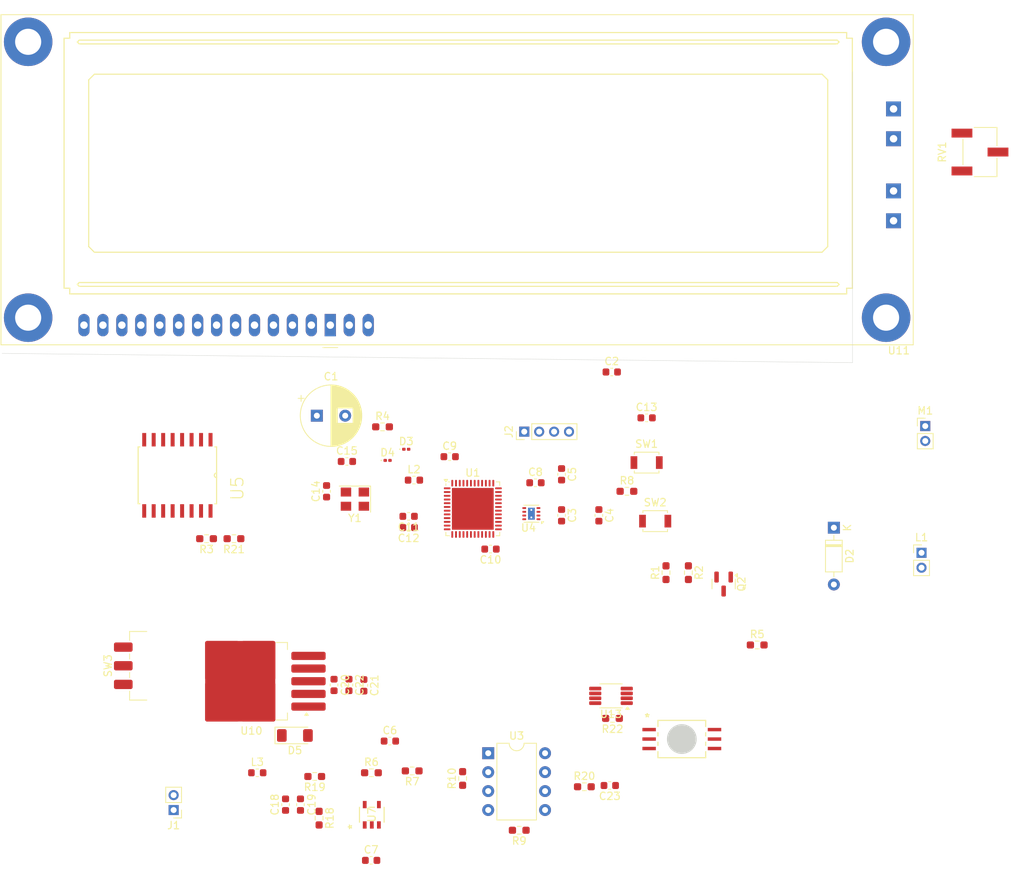
<source format=kicad_pcb>
(kicad_pcb (version 20240108) (generator "pcbnew") (generator_version "8.0")
  (layers (0 "F.Cu" signal) (31 "B.Cu" signal) (34 "B.Paste" user) (35 "F.Paste" user) (36 "B.SilkS" user "B.Silkscreen") (37 "F.SilkS" user "F.Silkscreen") (38 "B.Mask" user) (39 "F.Mask" user) (44 "Edge.Cuts" user))
  (net 0 "")
  (net 1 "GND")
  (net 2 "Net-(D3-A)")
  (net 3 "+12V")
  (net 4 "3.3V")
  (net 5 "+3.3V")
  (net 6 "+5V")
  (net 7 "VDDA")
  (net 8 "Net-(U1-NRST)")
  (net 9 "PC15")
  (net 10 "PC14")
  (net 11 "PH0")
  (net 12 "PH1")
  (net 13 "Net-(SW3-B)")
  (net 14 "Net-(U10-VC)")
  (net 15 "Net-(D2-A)")
  (net 16 "VBAT")
  (net 17 "Net-(D4-A)")
  (net 18 "Net-(D5-K)")
  (net 19 "PA13")
  (net 20 "PA14")
  (net 21 "Net-(M1--)")
  (net 22 "Net-(M1-+)")
  (net 23 "Net-(Q2-G)")
  (net 24 "PB15")
  (net 25 "PB6")
  (net 26 "Net-(R5-Pad2)")
  (net 27 "Net-(U7-FB)")
  (net 28 "Net-(U1-BOOT0)")
  (net 29 "Net-(U3-+)")
  (net 30 "Net-(U10-FB)")
  (net 31 "Net-(U2-GND)")
  (net 32 "PB7")
  (net 33 "Net-(R22-Pad1)")
  (net 34 "Net-(R22-Pad2)")
  (net 35 "Net-(U11-VO)")
  (net 41 "PA8")
  (net 48 "PB5")
  (net 58 "PA9")
  (net 63 "PB14")
  (net 64 "Net-(U2-ICC)")
  (net 68 "Net-(U11-DB5)")
  (net 69 "Net-(U11-DB1)")
  (net 70 "Net-(U11-DB4)")
  (net 71 "Net-(U11-DB7)")
  (net 72 "Net-(U11-DB0)")
  (net 73 "Net-(U11-DB2)")
  (net 74 "Net-(U11-DB3)")
  (net 75 "Net-(U11-DB6)")
  (net 76 "Net-(U13--)")
  (net 77 "Net-(U13-+)")
  (footprint "Resistor_SMD:R_0603_1608Metric_Pad0.98x0.95mm_HandSolder" (layer "F.Cu") (at 137.013 120.75)
    (property "Reference" "R6" (at 0 -1.43 0) (layer "F.SilkS"))
    (property "Value" "1k")
    (pad "1" smd roundrect (at -0.9125 0) (size 0.975 0.95) (layers "F.Cu" "F.Paste" "F.Mask") (net 5 "+3.3V"))
    (pad "2" smd roundrect (at 0.9125 0) (size 0.975 0.95) (layers "F.Cu" "F.Paste" "F.Mask") (net 27 "Net-(U7-FB)"))
  )
  (footprint "Connector_PinHeader_2.00mm:PinHeader_1x02_P2.00mm_Vertical" (layer "F.Cu") (at 211.25 74.25)
    (property "Reference" "M1" (at 0 -2.06 0) (layer "F.SilkS"))
    (property "Value" "Motor_DC")
    (pad "1" thru_hole rect (at 0 0) (size 1.35 1.35) (drill 0.8) (layers "*.Cu" "*.Mask") (net 22 "Net-(M1-+)"))
    (pad "2" thru_hole oval (at 0 2) (size 1.35 1.35) (drill 0.8) (layers "*.Cu" "*.Mask") (net 21 "Net-(M1--)"))
  )
  (footprint "Connector_PinHeader_2.00mm:PinHeader_1x02_P2.00mm_Vertical" (layer "F.Cu") (at 110.5 125.75 180)
    (property "Reference" "J1" (at 0 -2.06 0) (layer "F.SilkS"))
    (property "Value" "Battery-12V")
    (pad "1" thru_hole rect (at 0 0 180) (size 1.35 1.35) (drill 0.8) (layers "*.Cu" "*.Mask") (net 1 "GND"))
    (pad "2" thru_hole oval (at 0 2 180) (size 1.35 1.35) (drill 0.8) (layers "*.Cu" "*.Mask") (net 3 "+12V"))
  )
  (footprint "Resistor_SMD:R_0603_1608Metric_Pad0.98x0.95mm_HandSolder" (layer "F.Cu") (at 165.557 122.6285)
    (property "Reference" "R20" (at 0 -1.43 0) (layer "F.SilkS"))
    (property "Value" "10k")
    (pad "1" smd roundrect (at -0.9125 0) (size 0.975 0.95) (layers "F.Cu" "F.Paste" "F.Mask") (net 31 "Net-(U2-GND)"))
    (pad "2" smd roundrect (at 0.9125 0) (size 0.975 0.95) (layers "F.Cu" "F.Paste" "F.Mask") (net 1 "GND"))
  )
  (footprint "Resistor_SMD:R_0603_1608Metric_Pad0.98x0.95mm_HandSolder" (layer "F.Cu") (at 149.237 121.516 90)
    (property "Reference" "R10" (at 0 -1.43 90) (layer "F.SilkS"))
    (property "Value" "10k")
    (pad "1" smd roundrect (at -0.9125 0 90) (size 0.975 0.95) (layers "F.Cu" "F.Paste" "F.Mask") (net 29 "Net-(U3-+)"))
    (pad "2" smd roundrect (at 0.9125 0 90) (size 0.975 0.95) (layers "F.Cu" "F.Paste" "F.Mask") (net 1 "GND"))
  )
  (footprint "Diode_SMD:D_0201_0603Metric" (layer "F.Cu") (at 139.18 78.8575)
    (property "Reference" "D4" (at 0 -1.05 0) (layer "F.SilkS"))
    (property "Value" "D_Schottky")
    (pad "1" smd roundrect (at -0.32 0) (size 0.46 0.4) (layers "F.Cu" "F.Mask") (net 2 "Net-(D3-A)"))
    (pad "2" smd roundrect (at 0.32 0) (size 0.46 0.4) (layers "F.Cu" "F.Mask") (net 17 "Net-(D4-A)"))
  )
  (footprint "Resistor_SMD:R_0603_1608Metric_Pad0.98x0.95mm_HandSolder" (layer "F.Cu") (at 114.9125 89.3575 180)
    (property "Reference" "R3" (at 0 -1.43 0) (layer "F.SilkS"))
    (property "Value" "4k7")
    (pad "1" smd roundrect (at -0.9125 0 180) (size 0.975 0.95) (layers "F.Cu" "F.Paste" "F.Mask") (net 6 "+5V"))
    (pad "2" smd roundrect (at 0.9125 0 180) (size 0.975 0.95) (layers "F.Cu" "F.Paste" "F.Mask") (net 25 "PB6"))
  )
  (footprint "Capacitor_SMD:C_0603_1608Metric" (layer "F.Cu") (at 139.488 116.5)
    (property "Reference" "C6" (at 0 -1.43 0) (layer "F.SilkS"))
    (property "Value" "2.2uF")
    (pad "1" smd roundrect (at -0.775 0) (size 0.9 0.95) (layers "F.Cu" "F.Paste" "F.Mask") (net 5 "+3.3V"))
    (pad "2" smd roundrect (at 0.775 0) (size 0.9 0.95) (layers "F.Cu" "F.Paste" "F.Mask") (net 1 "GND"))
  )
  (footprint "Imported:SOIC127P1032X265-16N" (layer "F.Cu") (at 111 80.8575 -90)
    (property "Reference" "U5" (at 1.754465 -8.034915 90) (layer "F.SilkS") (effects (font (size 1.64174 1.64174))))
    (property "Value" "PCF8574A")
    (pad "1" smd rect (at -4.7752 -4.445 270) (size 1.8034 0.5334) (layers "F.Cu" "F.Paste" "F.Mask") (net 1 "GND"))
    (pad "2" smd rect (at -4.7752 -3.175 270) (size 1.8034 0.5334) (layers "F.Cu" "F.Paste" "F.Mask") (net 1 "GND"))
    (pad "3" smd rect (at -4.7752 -1.905 270) (size 1.8034 0.5334) (layers "F.Cu" "F.Paste" "F.Mask") (net 1 "GND"))
    (pad "4" smd rect (at -4.7752 -0.635 270) (size 1.8034 0.5334) (layers "F.Cu" "F.Paste" "F.Mask") (net 72 "Net-(U11-DB0)"))
    (pad "5" smd rect (at -4.7752 0.635 270) (size 1.8034 0.5334) (layers "F.Cu" "F.Paste" "F.Mask") (net 69 "Net-(U11-DB1)"))
    (pad "6" smd rect (at -4.7752 1.905 270) (size 1.8034 0.5334) (layers "F.Cu" "F.Paste" "F.Mask") (net 73 "Net-(U11-DB2)"))
    (pad "7" smd rect (at -4.7752 3.175 270) (size 1.8034 0.5334) (layers "F.Cu" "F.Paste" "F.Mask") (net 74 "Net-(U11-DB3)"))
    (pad "8" smd rect (at -4.7752 4.445 270) (size 1.8034 0.5334) (layers "F.Cu" "F.Paste" "F.Mask") (net 1 "GND"))
    (pad "9" smd rect (at 4.7752 4.445 270) (size 1.8034 0.5334) (layers "F.Cu" "F.Paste" "F.Mask") (net 70 "Net-(U11-DB4)"))
    (pad "10" smd rect (at 4.7752 3.175 270) (size 1.8034 0.5334) (layers "F.Cu" "F.Paste" "F.Mask") (net 68 "Net-(U11-DB5)"))
    (pad "11" smd rect (at 4.7752 1.905 270) (size 1.8034 0.5334) (layers "F.Cu" "F.Paste" "F.Mask") (net 75 "Net-(U11-DB6)"))
    (pad "12" smd rect (at 4.7752 0.635 270) (size 1.8034 0.5334) (layers "F.Cu" "F.Paste" "F.Mask") (net 71 "Net-(U11-DB7)"))
    (pad "13" smd rect (at 4.7752 -0.635 270) (size 1.8034 0.5334) (layers "F.Cu" "F.Paste" "F.Mask"))
    (pad "14" smd rect (at 4.7752 -1.905 270) (size 1.8034 0.5334) (layers "F.Cu" "F.Paste" "F.Mask") (net 25 "PB6"))
    (pad "15" smd rect (at 4.7752 -3.175 270) (size 1.8034 0.5334) (layers "F.Cu" "F.Paste" "F.Mask") (net 32 "PB7"))
    (pad "16" smd rect (at 4.7752 -4.445 270) (size 1.8034 0.5334) (layers "F.Cu" "F.Paste" "F.Mask") (net 6 "+5V"))
  )
  (footprint "Resistor_SMD:R_0603_1608Metric_Pad0.98x0.95mm_HandSolder" (layer "F.Cu") (at 169.3245 113.46 180)
    (property "Reference" "R22" (at 0 -1.43 0) (layer "F.SilkS"))
    (property "Value" "1.01k")
    (pad "1" smd roundrect (at -0.9125 0 180) (size 0.975 0.95) (layers "F.Cu" "F.Paste" "F.Mask") (net 33 "Net-(R22-Pad1)"))
    (pad "2" smd roundrect (at 0.9125 0 180) (size 0.975 0.95) (layers "F.Cu" "F.Paste" "F.Mask") (net 34 "Net-(R22-Pad2)"))
  )
  (footprint "Resistor_SMD:R_0603_1608Metric_Pad0.98x0.95mm_HandSolder" (layer "F.Cu") (at 129.4125 121.25 180)
    (property "Reference" "R19" (at 0 -1.43 0) (layer "F.SilkS"))
    (property "Value" "3.3k")
    (pad "1" smd roundrect (at -0.9125 0 180) (size 0.975 0.95) (layers "F.Cu" "F.Paste" "F.Mask") (net 30 "Net-(U10-FB)"))
    (pad "2" smd roundrect (at 0.9125 0 180) (size 0.975 0.95) (layers "F.Cu" "F.Paste" "F.Mask") (net 1 "GND"))
  )
  (footprint "Capacitor_SMD:C_0603_1608Metric" (layer "F.Cu") (at 159 81.8575)
    (property "Reference" "C8" (at 0 -1.43 0) (layer "F.SilkS"))
    (property "Value" "0.1uF")
    (pad "1" smd roundrect (at -0.775 0) (size 0.9 0.95) (layers "F.Cu" "F.Paste" "F.Mask") (net 5 "+3.3V"))
    (pad "2" smd roundrect (at 0.775 0) (size 0.9 0.95) (layers "F.Cu" "F.Paste" "F.Mask") (net 1 "GND"))
  )
  (footprint "Package_SON:WSON-8-1EP_2x2mm_P0.5mm_EP0.9x1.6mm_ThermalVias" (layer "F.Cu") (at 158.45 86 180)
    (property "Reference" "U4" (at 0.38 -1.9 0) (layer "F.SilkS"))
    (property "Value" "DRV8212P")
    (pad "1" smd roundrect (at -0.95 -0.75 180) (size 0.5 0.25) (layers "F.Cu" "F.Paste" "F.Mask") (net 3 "+12V"))
    (pad "2" smd roundrect (at -0.95 -0.25 180) (size 0.5 0.25) (layers "F.Cu" "F.Paste" "F.Mask") (net 22 "Net-(M1-+)"))
    (pad "3" smd roundrect (at -0.95 0.25 180) (size 0.5 0.25) (layers "F.Cu" "F.Paste" "F.Mask") (net 21 "Net-(M1--)"))
    (pad "4" smd roundrect (at -0.95 0.75 180) (size 0.5 0.25) (layers "F.Cu" "F.Paste" "F.Mask") (net 1 "GND"))
    (pad "5" smd roundrect (at 0.95 0.75 180) (size 0.5 0.25) (layers "F.Cu" "F.Paste" "F.Mask") (net 58 "PA9"))
    (pad "6" smd roundrect (at 0.95 0.25 180) (size 0.5 0.25) (layers "F.Cu" "F.Paste" "F.Mask") (net 41 "PA8"))
    (pad "7" smd roundrect (at 0.95 -0.25 180) (size 0.5 0.25) (layers "F.Cu" "F.Paste" "F.Mask") (net 4 "3.3V"))
    (pad "8" smd roundrect (at 0.95 -0.75 180) (size 0.5 0.25) (layers "F.Cu" "F.Paste" "F.Mask") (net 5 "+3.3V"))
    (pad "9" thru_hole circle (at 0 -0.5 180) (size 0.6 0.6) (drill 0.25) (layers "*.Cu") (net 1 "GND"))
    (pad "9" smd rect (at 0 0 180) (size 0.9 1.6) (layers "F.Cu" "F.Mask") (net 1 "GND"))
    (pad "9" smd rect (at 0 0 180) (size 0.9 1.6) (layers "B.Cu") (net 1 "GND"))
    (pad "9" thru_hole circle (at 0 0.5 180) (size 0.6 0.6) (drill 0.25) (layers "*.Cu") (net 1 "GND"))
  )
  (footprint "Package_TO_SOT_SMD:TO-263-5_TabPin3" (layer "F.Cu") (at 120.925 108.475 180)
    (property "Reference" "U10" (at 0 -6.65 0) (layer "F.SilkS"))
    (property "Value" "XL4015")
    (pad "1" smd roundrect (at -7.65 -3.4 180) (size 4.6 1.1) (layers "F.Cu" "F.Paste" "F.Mask") (roundrect_rratio 0.227273) (net 1 "GND"))
    (pad "2" smd roundrect (at -7.65 -1.7 180) (size 4.6 1.1) (layers "F.Cu" "F.Paste" "F.Mask") (roundrect_rratio 0.227273) (net 30 "Net-(U10-FB)"))
    (pad "3" smd roundrect (at -7.65 0 180) (size 4.6 1.1) (layers "F.Cu" "F.Paste" "F.Mask") (roundrect_rratio 0.227273) (net 18 "Net-(D5-K)"))
    (pad "3" smd roundrect (at -0.925 -2.775 180) (size 4.55 5.25) (layers "F.Cu" "F.Paste") (roundrect_rratio 0.054945) (net 18 "Net-(D5-K)"))
    (pad "3" smd roundrect (at -0.925 2.775 180) (size 4.55 5.25) (layers "F.Cu" "F.Paste") (roundrect_rratio 0.054945) (net 18 "Net-(D5-K)"))
    (pad "3" smd roundrect (at 1.5 0 180) (size 9.4 10.8) (layers "F.Cu" "F.Mask") (roundrect_rratio 0.026596) (net 18 "Net-(D5-K)"))
    (pad "3" smd roundrect (at 3.925 -2.775 180) (size 4.55 5.25) (layers "F.Cu" "F.Paste") (roundrect_rratio 0.054945) (net 18 "Net-(D5-K)"))
    (pad "3" smd roundrect (at 3.925 2.775 180) (size 4.55 5.25) (layers "F.Cu" "F.Paste") (roundrect_rratio 0.054945) (net 18 "Net-(D5-K)"))
    (pad "4" smd roundrect (at -7.65 1.7 180) (size 4.6 1.1) (layers "F.Cu" "F.Paste" "F.Mask") (roundrect_rratio 0.227273) (net 14 "Net-(U10-VC)"))
    (pad "5" smd roundrect (at -7.65 3.4 180) (size 4.6 1.1) (layers "F.Cu" "F.Paste" "F.Mask") (roundrect_rratio 0.227273) (net 13 "Net-(SW3-B)"))
  )
  (footprint "Resistor_SMD:R_0603_1608Metric_Pad0.98x0.95mm_HandSolder" (layer "F.Cu") (at 142.475 120.5 180)
    (property "Reference" "R7" (at 0 -1.43 0) (layer "F.SilkS"))
    (property "Value" "1k")
    (pad "1" smd roundrect (at -0.9125 0 180) (size 0.975 0.95) (layers "F.Cu" "F.Paste" "F.Mask") (net 27 "Net-(U7-FB)"))
    (pad "2" smd roundrect (at 0.9125 0 180) (size 0.975 0.95) (layers "F.Cu" "F.Paste" "F.Mask") (net 1 "GND"))
  )
  (footprint "Button_Switch_SMD:SW_SPST_B3U-1000P-B" (layer "F.Cu") (at 175.05 87)
    (property "Reference" "SW2" (at 0 -2.5 0) (layer "F.SilkS"))
    (property "Value" "BOOT_0")
    (pad "" np_thru_hole circle (at 0 0) (size 0.8 0.8) (drill 0.8) (layers "*.Cu" "*.Mask"))
    (pad "1" smd rect (at -1.7 0) (size 0.9 1.7) (layers "F.Cu" "F.Paste" "F.Mask") (net 26 "Net-(R5-Pad2)"))
    (pad "2" smd rect (at 1.7 0) (size 0.9 1.7) (layers "F.Cu" "F.Paste" "F.Mask") (net 28 "Net-(U1-BOOT0)"))
  )
  (footprint "Resistor_SMD:R_0603_1608Metric_Pad0.98x0.95mm_HandSolder" (layer "F.Cu") (at 176.5 93.9125 90)
    (property "Reference" "R1" (at 0 -1.43 90) (layer "F.SilkS"))
    (property "Value" "680R")
    (pad "1" smd roundrect (at -0.9125 0 90) (size 0.975 0.95) (layers "F.Cu" "F.Paste" "F.Mask") (net 23 "Net-(Q2-G)"))
    (pad "2" smd roundrect (at 0.9125 0 90) (size 0.975 0.95) (layers "F.Cu" "F.Paste" "F.Mask") (net 24 "PB15"))
  )
  (footprint "Capacitor_SMD:C_0603_1608Metric" (layer "F.Cu") (at 133.725 79)
    (property "Reference" "C15" (at 0 -1.43 0) (layer "F.SilkS"))
    (property "Value" "4.3pF")
    (pad "1" smd roundrect (at -0.775 0) (size 0.9 0.95) (layers "F.Cu" "F.Paste" "F.Mask") (net 10 "PC14"))
    (pad "2" smd roundrect (at 0.775 0) (size 0.9 0.95) (layers "F.Cu" "F.Paste" "F.Mask") (net 1 "GND"))
  )
  (footprint "Diode_SMD:D_0201_0603Metric" (layer "F.Cu") (at 141.68 77.3575)
    (property "Reference" "D3" (at 0 -1.05 0) (layer "F.SilkS"))
    (property "Value" "D_Schottky")
    (pad "1" smd roundrect (at -0.32 0) (size 0.46 0.4) (layers "F.Cu" "F.Mask") (net 16 "VBAT"))
    (pad "2" smd roundrect (at 0.32 0) (size 0.46 0.4) (layers "F.Cu" "F.Mask") (net 2 "Net-(D3-A)"))
  )
  (footprint "Capacitor_SMD:C_0603_1608Metric" (layer "F.Cu") (at 134 108.975 -90)
    (property "Reference" "C22" (at 0 -1.43 90) (layer "F.SilkS"))
    (property "Value" "220uF")
    (pad "1" smd roundrect (at -0.775 0 270) (size 0.9 0.95) (layers "F.Cu" "F.Paste" "F.Mask") (net 13 "Net-(SW3-B)"))
    (pad "2" smd roundrect (at 0.775 0 270) (size 0.9 0.95) (layers "F.Cu" "F.Paste" "F.Mask") (net 1 "GND"))
  )
  (footprint "Crystal:Crystal_SMD_SeikoEpson_FA238V-4Pin_3.2x2.5mm" (layer "F.Cu") (at 134.8 84.05 180)
    (property "Reference" "Y1" (at 0 -2.55 0) (layer "F.SilkS"))
    (property "Value" "LSE")
    (pad "1" smd rect (at -1.2 0.95 180) (size 1.4 1.2) (layers "F.Cu" "F.Paste" "F.Mask") (net 10 "PC14"))
    (pad "2" smd rect (at 1.2 0.95 180) (size 1.4 1.2) (layers "F.Cu" "F.Paste" "F.Mask") (net 9 "PC15"))
    (pad "3" smd rect (at 1.2 -0.95 180) (size 1.4 1.2) (layers "F.Cu" "F.Paste" "F.Mask"))
    (pad "4" smd rect (at -1.2 -0.95 180) (size 1.4 1.2) (layers "F.Cu" "F.Paste" "F.Mask"))
  )
  (footprint "Connector_PinHeader_2.00mm:PinHeader_1x04_P2.00mm_Vertical" (layer "F.Cu") (at 157.5 75 90)
    (property "Reference" "J2" (at 0 -2.06 90) (layer "F.SilkS"))
    (property "Value" "ST-Link V2")
    (pad "1" thru_hole rect (at 0 0 90) (size 1.35 1.35) (drill 0.8) (layers "*.Cu" "*.Mask") (net 1 "GND"))
    (pad "2" thru_hole oval (at 0 2 90) (size 1.35 1.35) (drill 0.8) (layers "*.Cu" "*.Mask") (net 20 "PA14"))
    (pad "3" thru_hole oval (at 0 4 90) (size 1.35 1.35) (drill 0.8) (layers "*.Cu" "*.Mask") (net 19 "PA13"))
    (pad "4" thru_hole oval (at 0 6 90) (size 1.35 1.35) (drill 0.8) (layers "*.Cu" "*.Mask") (net 5 "+3.3V"))
  )
  (footprint "Inductor_SMD:L_0603_1608Metric" (layer "F.Cu") (at 142.7125 81.5)
    (property "Reference" "L2" (at 0 -1.43 0) (layer "F.SilkS"))
    (property "Value" "1mH")
    (pad "1" smd roundrect (at -0.7875 0) (size 0.875 0.95) (layers "F.Cu" "F.Paste" "F.Mask") (net 5 "+3.3V"))
    (pad "2" smd roundrect (at 0.7875 0) (size 0.875 0.95) (layers "F.Cu" "F.Paste" "F.Mask") (net 7 "VDDA"))
  )
  (footprint "Imported:SOT23_DBV_TEX" (layer "F.Cu") (at 137.063 126.3847 90)
    (property "Reference" "U7" (at 0 0 90) (layer "F.SilkS"))
    (property "Value" "TPS7A2433DBVR")
    (fp_text user "*" (at -1.61925 -2.601 90) (layer "F.SilkS"))
    (fp_text user "*" (at -1.61925 -2.601 90) (layer "F.SilkS"))
    (pad "1" smd rect (at -1.36525 -0.950001 90) (size 0.9779 0.508) (layers "F.Cu" "F.Paste" "F.Mask") (net 6 "+5V"))
    (pad "2" smd rect (at -1.36525 0 90) (size 0.9779 0.508) (layers "F.Cu" "F.Paste" "F.Mask") (net 1 "GND"))
    (pad "3" smd rect (at -1.36525 0.950001 90) (size 0.9779 0.508) (layers "F.Cu" "F.Paste" "F.Mask") (net 6 "+5V"))
    (pad "4" smd rect (at 1.36525 0.950001 90) (size 0.9779 0.508) (layers "F.Cu" "F.Paste" "F.Mask") (net 27 "Net-(U7-FB)"))
    (pad "5" smd rect (at 1.36525 -0.950001 90) (size 0.9779 0.508) (layers "F.Cu" "F.Paste" "F.Mask") (net 5 "+3.3V"))
  )
  (footprint "Capacitor_SMD:C_0603_1608Metric" (layer "F.Cu") (at 147.5 78.3575)
    (property "Reference" "C9" (at 0 -1.43 0) (layer "F.SilkS"))
    (property "Value" "0.1uF")
    (pad "1" smd roundrect (at -0.775 0) (size 0.9 0.95) (layers "F.Cu" "F.Paste" "F.Mask") (net 5 "+3.3V"))
    (pad "2" smd roundrect (at 0.775 0) (size 0.9 0.95) (layers "F.Cu" "F.Paste" "F.Mask") (net 1 "GND"))
  )
  (footprint "Capacitor_SMD:C_0603_1608Metric" (layer "F.Cu") (at 162.5 86.225 -90)
    (property "Reference" "C3" (at 0 -1.43 90) (layer "F.SilkS"))
    (property "Value" "0.1uF")
    (pad "1" smd roundrect (at -0.775 0 270) (size 0.9 0.95) (layers "F.Cu" "F.Paste" "F.Mask") (net 3 "+12V"))
    (pad "2" smd roundrect (at 0.775 0 270) (size 0.9 0.95) (layers "F.Cu" "F.Paste" "F.Mask") (net 1 "GND"))
  )
  (footprint "Display:LCD-016N002L" (layer "F.Cu") (at 131.5 60.715 180)
    (property "Reference" "U11" (at -76.21 -3.41 0) (layer "F.SilkS"))
    (property "Value" "LCD-016N002L")
    (pad "" thru_hole circle (at -74.5 1) (size 6.5 6.5) (drill 3.5) (layers "*.Cu" "*.Mask"))
    (pad "" thru_hole circle (at -74.5 38) (size 6.5 6.5) (drill 3.5) (layers "*.Cu" "*.Mask"))
    (pad "" thru_hole circle (at 40.5 1) (size 6.5 6.5) (drill 3.5) (layers "*.Cu" "*.Mask"))
    (pad "" thru_hole circle (at 40.5 38) (size 6.5 6.5) (drill 3.5) (layers "*.Cu" "*.Mask"))
    (pad "1" thru_hole rect (at 0 0) (size 1.5 3) (drill 1) (layers "*.Cu" "*.Mask") (net 1 "GND"))
    (pad "2" thru_hole oval (at 2.54 0) (size 1.5 3) (drill 1) (layers "*.Cu" "*.Mask") (net 6 "+5V"))
    (pad "3" thru_hole oval (at 5.08 0) (size 1.5 3) (drill 1) (layers "*.Cu" "*.Mask") (net 35 "Net-(U11-VO)"))
    (pad "4" thru_hole oval (at 7.62 0) (size 1.5 3) (drill 1) (layers "*.Cu" "*.Mask") (net 1 "GND"))
    (pad "5" thru_hole oval (at 10.16 0) (size 1.5 3) (drill 1) (layers "*.Cu" "*.Mask") (net 1 "GND"))
    (pad "6" thru_hole oval (at 12.7 0) (size 1.5 3) (drill 1) (layers "*.Cu" "*.Mask") (net 48 "PB5"))
    (pad "7" thru_hole oval (at 15.24 0) (size 1.5 3) (drill 1) (layers "*.Cu" "*.Mask") (net 72 "Net-(U11-DB0)"))
    (pad "8" thru_hole oval (at 17.78 0) (size 1.5 3) (drill 1) (layers "*.Cu" "*.Mask") (net 69 "Net-(U11-DB1)"))
    (pad "9" thru_hole oval (at 20.32 0) (size 1.5 3) (drill 1) (layers "*.Cu" "*.Mask") (net 73 "Net-(U11-DB2)"))
    (pad "10" thru_hole oval (at 22.86 0) (size 1.5 3) (drill 1) (layers "*.Cu" "*.Mask") (net 74 "Net-(U11-DB3)"))
    (pad "11" thru_hole oval (at 25.4 0) (size 1.5 3) (drill 1) (layers "*.Cu" "*.Mask") (net 70 "Net-(U11-DB4)"))
    (pad "12" thru_hole oval (at 27.94 0) (size 1.5 3) (drill 1) (layers "*.Cu" "*.Mask") (net 68 "Net-(U11-DB5)"))
    (pad "13" thru_hole oval (at 30.48 0) (size 1.5 3) (drill 1) (layers "*.Cu" "*.Mask") (net 75 "Net-(U11-DB6)"))
    (pad "14" thru_hole oval (at 33.02 0) (size 1.5 3) (drill 1) (layers "*.Cu" "*.Mask") (net 71 "Net-(U11-DB7)"))
    (pad "15" thru_hole oval (at -2.54 0) (size 1.5 3) (drill 1) (layers "*.Cu" "*.Mask") (net 6 "+5V"))
    (pad "16" thru_hole oval (at -5.08 0) (size 1.5 3) (drill 1) (layers "*.Cu" "*.Mask") (net 1 "GND"))
    (pad "A1" thru_hole rect (at -75.5 14) (size 2 2) (drill 1) (layers "*.Cu" "*.Mask") (net 6 "+5V"))
    (pad "A2" thru_hole rect (at -75.5 25) (size 2 2) (drill 1) (layers "*.Cu" "*.Mask") (net 6 "+5V"))
    (pad "K1" thru_hole rect (at -75.5 18) (size 2 2) (drill 1) (layers "*.Cu" "*.Mask") (net 1 "GND"))
    (pad "K2" thru_hole rect (at -75.5 29) (size 2 2) (drill 1) (layers "*.Cu" "*.Mask") (net 1 "GND"))
  )
  (footprint "Capacitor_SMD:C_0603_1608Metric" (layer "F.Cu") (at 173.9 73.15)
    (property "Reference" "C13" (at 0 -1.43 0) (layer "F.SilkS"))
    (property "Value" "0.1uF")
    (pad "1" smd roundrect (at -0.775 0) (size 0.9 0.95) (layers "F.Cu" "F.Paste" "F.Mask") (net 8 "Net-(U1-NRST)"))
    (pad "2" smd roundrect (at 0.775 0) (size 0.9 0.95) (layers "F.Cu" "F.Paste" "F.Mask") (net 1 "GND"))
  )
  (footprint "Capacitor_SMD:C_0603_1608Metric" (layer "F.Cu") (at 136.975 132.5)
    (property "Reference" "C7" (at 0 -1.43 0) (layer "F.SilkS"))
    (property "Value" "1uF")
    (pad "1" smd roundrect (at -0.775 0) (size 0.9 0.95) (layers "F.Cu" "F.Paste" "F.Mask") (net 6 "+5V"))
    (pad "2" smd roundrect (at 0.775 0) (size 0.9 0.95) (layers "F.Cu" "F.Paste" "F.Mask") (net 1 "GND"))
  )
  (footprint "Capacitor_SMD:C_0603_1608Metric" (layer "F.Cu") (at 125.5 125.025 90)
    (property "Reference" "C18" (at 0 -1.43 90) (layer "F.SilkS"))
    (property "Value" "105uF")
    (pad "1" smd roundrect (at -0.775 0 90) (size 0.9 0.95) (layers "F.Cu" "F.Paste" "F.Mask") (net 6 "+5V"))
    (pad "2" smd roundrect (at 0.775 0 90) (size 0.9 0.95) (layers "F.Cu" "F.Paste" "F.Mask") (net 1 "GND"))
  )
  (footprint "Resistor_SMD:R_0603_1608Metric_Pad0.98x0.95mm_HandSolder" (layer "F.Cu") (at 118.5875 89.3575 180)
    (property "Reference" "R21" (at 0 -1.43 0) (layer "F.SilkS"))
    (property "Value" "4k7")
    (pad "1" smd roundrect (at -0.9125 0 180) (size 0.975 0.95) (layers "F.Cu" "F.Paste" "F.Mask") (net 6 "+5V"))
    (pad "2" smd roundrect (at 0.9125 0 180) (size 0.975 0.95) (layers "F.Cu" "F.Paste" "F.Mask") (net 32 "PB7"))
  )
  (footprint "Capacitor_SMD:C_0603_1608Metric" (layer "F.Cu") (at 168.962 122.46 180)
    (property "Reference" "C23" (at 0 -1.43 0) (layer "F.SilkS"))
    (property "Value" "0.1uF")
    (pad "1" smd roundrect (at -0.775 0 180) (size 0.9 0.95) (layers "F.Cu" "F.Paste" "F.Mask") (net 1 "GND"))
    (pad "2" smd roundrect (at 0.775 0 180) (size 0.9 0.95) (layers "F.Cu" "F.Paste" "F.Mask") (net 1 "GND"))
  )
  (footprint "Package_SO:VSSOP-8_3x3mm_P0.65mm" (layer "F.Cu") (at 169.1245 110.435 180)
    (property "Reference" "U13" (at 0 -2.45 0) (layer "F.SilkS"))
    (property "Value" "INA333xxDGK")
    (pad "1" smd roundrect (at -2.1125 -0.975 180) (size 1.625 0.5) (layers "F.Cu" "F.Paste" "F.Mask") (net 33 "Net-(R22-Pad1)"))
    (pad "2" smd roundrect (at -2.1125 -0.325 180) (size 1.625 0.5) (layers "F.Cu" "F.Paste" "F.Mask") (net 76 "Net-(U13--)"))
    (pad "3" smd roundrect (at -2.1125 0.325 180) (size 1.625 0.5) (layers "F.Cu" "F.Paste" "F.Mask") (net 77 "Net-(U13-+)"))
    (pad "4" smd roundrect (at -2.1125 0.975 180) (size 1.625 0.5) (layers "F.Cu" "F.Paste" "F.Mask") (net 1 "GND"))
    (pad "5" smd roundrect (at 2.1125 0.975 180) (size 1.625 0.5) (layers "F.Cu" "F.Paste" "F.Mask") (net 1 "GND"))
    (pad "6" smd roundrect (at 2.1125 0.325 180) (size 1.625 0.5) (layers "F.Cu" "F.Paste" "F.Mask") (net 63 "PB14"))
    (pad "7" smd roundrect (at 2.1125 -0.325 180) (size 1.625 0.5) (layers "F.Cu" "F.Paste" "F.Mask") (net 6 "+5V"))
    (pad "8" smd roundrect (at 2.1125 -0.975 180) (size 1.625 0.5) (layers "F.Cu" "F.Paste" "F.Mask") (net 34 "Net-(R22-Pad2)"))
  )
  (footprint "Capacitor_SMD:C_0603_1608Metric" (layer "F.Cu") (at 162.5 80.725 -90)
    (property "Reference" "C5" (at 0 -1.43 90) (layer "F.SilkS"))
    (property "Value" "0.1uF")
    (pad "1" smd roundrect (at -0.775 0 270) (size 0.9 0.95) (layers "F.Cu" "F.Paste" "F.Mask") (net 5 "+3.3V"))
    (pad "2" smd roundrect (at 0.775 0 270) (size 0.9 0.95) (layers "F.Cu" "F.Paste" "F.Mask") (net 1 "GND"))
  )
  (footprint "Resistor_SMD:R_0603_1608Metric_Pad0.98x0.95mm_HandSolder" (layer "F.Cu") (at 179.5 93.9125 -90)
    (property "Reference" "R2" (at 0 -1.43 90) (layer "F.SilkS"))
    (property "Value" "1k")
    (pad "1" smd roundrect (at -0.9125 0 270) (size 0.975 0.95) (layers "F.Cu" "F.Paste" "F.Mask") (net 23 "Net-(Q2-G)"))
    (pad "2" smd roundrect (at 0.9125 0 270) (size 0.975 0.95) (layers "F.Cu" "F.Paste" "F.Mask") (net 1 "GND"))
  )
  (footprint "Capacitor_SMD:C_0603_1608Metric" (layer "F.Cu") (at 142 86.3575 180)
    (property "Reference" "C11" (at 0 -1.43 0) (layer "F.SilkS"))
    (property "Value" "0.1uF")
    (pad "1" smd roundrect (at -0.775 0 180) (size 0.9 0.95) (layers "F.Cu" "F.Paste" "F.Mask") (net 7 "VDDA"))
    (pad "2" smd roundrect (at 0.775 0 180) (size 0.9 0.95) (layers "F.Cu" "F.Paste" "F.Mask") (net 1 "GND"))
  )
  (footprint "Package_DIP:DIP-8_W7.62mm" (layer "F.Cu") (at 152.667 118.1285)
    (property "Reference" "U3" (at 3.81 -2.33 0) (layer "F.SilkS"))
    (property "Value" "TLV2371P")
    (pad "1" thru_hole rect (at 0 0) (size 1.6 1.6) (drill 0.8) (layers "*.Cu" "*.Mask"))
    (pad "2" thru_hole oval (at 0 2.54) (size 1.6 1.6) (drill 0.8) (layers "*.Cu" "*.Mask") (net 1 "GND"))
    (pad "3" thru_hole oval (at 0 5.08) (size 1.6 1.6) (drill 0.8) (layers "*.Cu" "*.Mask") (net 29 "Net-(U3-+)"))
    (pad "4" thru_hole oval (at 0 7.62) (size 1.6 1.6) (drill 0.8) (layers "*.Cu" "*.Mask") (net 1 "GND"))
    (pad "5" thru_hole oval (at 7.62 7.62) (size 1.6 1.6) (drill 0.8) (layers "*.Cu" "*.Mask"))
    (pad "6" thru_hole oval (at 7.62 5.08) (size 1.6 1.6) (drill 0.8) (layers "*.Cu" "*.Mask") (net 64 "Net-(U2-ICC)"))
    (pad "7" thru_hole oval (at 7.62 2.54) (size 1.6 1.6) (drill 0.8) (layers "*.Cu" "*.Mask") (net 6 "+5V"))
    (pad "8" thru_hole oval (at 7.62 0) (size 1.6 1.6) (drill 0.8) (layers "*.Cu" "*.Mask"))
  )
  (footprint "Resistor_SMD:R_0603_1608Metric_Pad0.98x0.95mm_HandSolder" (layer "F.Cu") (at 171.2625 83)
    (property "Reference" "R8" (at 0 -1.43 0) (layer "F.SilkS"))
    (property "Value" "10k")
    (pad "1" smd roundrect (at -0.9125 0) (size 0.975 0.95) (layers "F.Cu" "F.Paste" "F.Mask") (net 1 "GND"))
    (pad "2" smd roundrect (at 0.9125 0) (size 0.975 0.95) (layers "F.Cu" "F.Paste" "F.Mask") (net 28 "Net-(U1-BOOT0)"))
  )
  (footprint "Resistor_SMD:R_0603_1608Metric_Pad0.98x0.95mm_HandSolder" (layer "F.Cu") (at 138.5 74.3575)
    (property "Reference" "R4" (at 0 -1.43 0) (layer "F.SilkS"))
    (property "Value" "390R")
    (pad "1" smd roundrect (at -0.9125 0) (size 0.975 0.95) (layers "F.Cu" "F.Paste" "F.Mask") (net 5 "+3.3V"))
    (pad "2" smd roundrect (at 0.9125 0) (size 0.975 0.95) (layers "F.Cu" "F.Paste" "F.Mask") (net 17 "Net-(D4-A)"))
  )
  (footprint "Capacitor_SMD:C_0603_1608Metric" (layer "F.Cu") (at 152.975 90.75 180)
    (property "Reference" "C10" (at 0 -1.43 0) (layer "F.SilkS"))
    (property "Value" "0.1uF")
    (pad "1" smd roundrect (at -0.775 0 180) (size 0.9 0.95) (layers "F.Cu" "F.Paste" "F.Mask") (net 5 "+3.3V"))
    (pad "2" smd roundrect (at 0.775 0 180) (size 0.9 0.95) (layers "F.Cu" "F.Paste" "F.Mask") (net 1 "GND"))
  )
  (footprint "Resistor_SMD:R_0603_1608Metric_Pad0.98x0.95mm_HandSolder" (layer "F.Cu") (at 188.7245 103.61)
    (property "Reference" "R5" (at 0 -1.43 0) (layer "F.SilkS"))
    (property "Value" "1k")
    (pad "1" smd roundrect (at -0.9125 0) (size 0.975 0.95) (layers "F.Cu" "F.Paste" "F.Mask") (net 5 "+3.3V"))
    (pad "2" smd roundrect (at 0.9125 0) (size 0.975 0.95) (layers "F.Cu" "F.Paste" "F.Mask") (net 26 "Net-(R5-Pad2)"))
  )
  (footprint "Capacitor_SMD:C_0603_1608Metric" (layer "F.Cu") (at 167.5 86.225 -90)
    (property "Reference" "C4" (at 0 -1.43 90) (layer "F.SilkS"))
    (property "Value" "C_Polarized")
    (pad "1" smd roundrect (at -0.775 0 270) (size 0.9 0.95) (layers "F.Cu" "F.Paste" "F.Mask") (net 3 "+12V"))
    (pad "2" smd roundrect (at 0.775 0 270) (size 0.9 0.95) (layers "F.Cu" "F.Paste" "F.Mask") (net 1 "GND"))
  )
  (footprint "Connector_PinHeader_2.00mm:PinHeader_1x02_P2.00mm_Vertical" (layer "F.Cu") (at 210.75 91.25)
    (property "Reference" "L1" (at 0 -2.06 0) (layer "F.SilkS"))
    (property "Value" "Valve")
    (pad "1" thru_hole rect (at 0 0) (size 1.35 1.35) (drill 0.8) (layers "*.Cu" "*.Mask") (net 4 "3.3V"))
    (pad "2" thru_hole oval (at 0 2) (size 1.35 1.35) (drill 0.8) (layers "*.Cu" "*.Mask") (net 15 "Net-(D2-A)"))
  )
  (footprint "Imported:2SMPP-03_OMR" (layer "F.Cu") (at 178.6185 116.23)
    (property "Reference" "U2" (at 0 0 0) (layer "F.SilkS"))
    (property "Value" "2SMPP-03")
    (fp_line (start 0 0) (end 0 0) (stroke (width 3.9878)) (layer "Edge.Cuts"))
    (fp_text user "*" (at -4.6355 -2.8702 0) (layer "F.SilkS"))
    (fp_text user "*" (at -4.6355 -2.8702 0) (layer "F.SilkS"))
    (pad "1" smd rect (at -4.3815 -1.27) (size 1.8034 0.4572) (layers "F.Cu" "F.Paste" "F.Mask") (net 77 "Net-(U13-+)"))
    (pad "2" smd rect (at -4.3815 0) (size 1.8034 0.4572) (layers "F.Cu" "F.Paste" "F.Mask"))
    (pad "3" smd rect (at -4.3815 1.27) (size 1.8034 0.4572) (layers "F.Cu" "F.Paste" "F.Mask") (net 31 "Net-(U2-GND)"))
    (pad "4" smd rect (at 4.3815 1.27) (size 1.8034 0.4572) (layers "F.Cu" "F.Paste" "F.Mask") (net 76 "Net-(U13--)"))
    (pad "5" smd rect (at 4.3815 0) (size 1.8034 0.4572) (layers "F.Cu" "F.Paste" "F.Mask") (net 64 "Net-(U2-ICC)"))
    (pad "6" smd rect (at 4.3815 -1.27) (size 1.8034 0.4572) (layers "F.Cu" "F.Paste" "F.Mask") (net 64 "Net-(U2-ICC)"))
  )
  (footprint "Diode_SMD:D_MiniMELF" (layer "F.Cu") (at 126.75 115.75)
    (property "Reference" "D5" (at 0 2 0) (layer "F.SilkS"))
    (property "Value" "BZV55B43")
    (pad "1" smd roundrect (at -1.75 0) (size 1.3 1.7) (layers "F.Cu" "F.Paste" "F.Mask") (roundrect_rratio 0.1923076923) (net 18 "Net-(D5-K)"))
    (pad "2" smd roundrect (at 1.75 0) (size 1.3 1.7) (layers "F.Cu" "F.Paste" "F.Mask") (roundrect_rratio 0.1923076923) (net 1 "GND"))
  )
  (footprint "Resistor_SMD:R_0603_1608Metric_Pad0.98x0.95mm_HandSolder" (layer "F.Cu") (at 130 126.8375 -90)
    (property "Reference" "R18" (at 0 -1.43 90) (layer "F.SilkS"))
    (property "Value" "10k")
    (pad "1" smd roundrect (at -0.9125 0 270) (size 0.975 0.95) (layers "F.Cu" "F.Paste" "F.Mask") (net 6 "+5V"))
    (pad "2" smd roundrect (at 0.9125 0 270) (size 0.975 0.95) (layers "F.Cu" "F.Paste" "F.Mask") (net 30 "Net-(U10-FB)"))
  )
  (footprint "Capacitor_SMD:C_0603_1608Metric" (layer "F.Cu") (at 131 83 90)
    (property "Reference" "C14" (at 0 -1.43 90) (layer "F.SilkS"))
    (property "Value" "4.3pF")
    (pad "1" smd roundrect (at -0.775 0 90) (size 0.9 0.95) (layers "F.Cu" "F.Paste" "F.Mask") (net 9 "PC15"))
    (pad "2" smd roundrect (at 0.775 0 90) (size 0.9 0.95) (layers "F.Cu" "F.Paste" "F.Mask") (net 1 "GND"))
  )
  (footprint "Inductor_SMD:L_0603_1608Metric" (layer "F.Cu") (at 121.7125 120.75)
    (property "Reference" "L3" (at 0 -1.43 0) (layer "F.SilkS"))
    (property "Value" "47uH")
    (pad "1" smd roundrect (at -0.7875 0) (size 0.875 0.95) (layers "F.Cu" "F.Paste" "F.Mask") (net 18 "Net-(D5-K)"))
    (pad "2" smd roundrect (at 0.7875 0) (size 0.875 0.95) (layers "F.Cu" "F.Paste" "F.Mask") (net 6 "+5V"))
  )
  (footprint "Capacitor_SMD:C_0603_1608Metric" (layer "F.Cu") (at 142 87.8575 180)
    (property "Reference" "C12" (at 0 -1.43 0) (layer "F.SilkS"))
    (property "Value" "1uF")
    (pad "1" smd roundrect (at -0.775 0 180) (size 0.9 0.95) (layers "F.Cu" "F.Paste" "F.Mask") (net 7 "VDDA"))
    (pad "2" smd roundrect (at 0.775 0 180) (size 0.9 0.95) (layers "F.Cu" "F.Paste" "F.Mask") (net 1 "GND"))
  )
  (footprint "Package_TO_SOT_SMD:SOT-23" (layer "F.Cu") (at 184.225 95.4375 -90)
    (property "Reference" "Q2" (at 0 -2.4 90) (layer "F.SilkS"))
    (property "Value" "IRLML5203")
    (pad "1" smd roundrect (at -0.9375 -0.95 270) (size 1.475 0.6) (layers "F.Cu" "F.Paste" "F.Mask") (net 23 "Net-(Q2-G)"))
    (pad "2" smd roundrect (at -0.9375 0.95 270) (size 1.475 0.6) (layers "F.Cu" "F.Paste" "F.Mask") (net 1 "GND"))
    (pad "3" smd roundrect (at 0.9375 0 270) (size 1.475 0.6) (layers "F.Cu" "F.Paste" "F.Mask") (net 15 "Net-(D2-A)"))
  )
  (footprint "Capacitor_THT:CP_Radial_D8.0mm_P3.80mm" (layer "F.Cu") (at 129.6973 72.8575)
    (property "Reference" "C1" (at 1.9 -5.25 0) (layer "F.SilkS"))
    (property "Value" "1F")
    (pad "1" thru_hole rect (at 0 0) (size 1.6 1.6) (drill 0.8) (layers "*.Cu" "*.Mask") (net 2 "Net-(D3-A)"))
    (pad "2" thru_hole circle (at 3.8 0) (size 1.6 1.6) (drill 0.8) (layers "*.Cu" "*.Mask") (net 1 "GND"))
  )
  (footprint "Package_DFN_QFN:QFN-48-1EP_7x7mm_P0.5mm_EP5.6x5.6mm" (layer "F.Cu") (at 150.6 85.35)
    (property "Reference" "U1" (at 0 -4.83 0) (layer "F.SilkS"))
    (property "Value" "STM32F411CEUx")
    (pad "1" smd roundrect (at -3.4375 -2.75) (size 0.875 0.25) (layers "F.Cu" "F.Paste" "F.Mask") (net 16 "VBAT"))
    (pad "2" smd roundrect (at -3.4375 -2.25) (size 0.875 0.25) (layers "F.Cu" "F.Paste" "F.Mask"))
    (pad "3" smd roundrect (at -3.4375 -1.75) (size 0.875 0.25) (layers "F.Cu" "F.Paste" "F.Mask") (net 10 "PC14"))
    (pad "4" smd roundrect (at -3.4375 -1.25) (size 0.875 0.25) (layers "F.Cu" "F.Paste" "F.Mask") (net 9 "PC15"))
    (pad "5" smd roundrect (at -3.4375 -0.75) (size 0.875 0.25) (layers "F.Cu" "F.Paste" "F.Mask") (net 11 "PH0"))
    (pad "6" smd roundrect (at -3.4375 -0.25) (size 0.875 0.25) (layers "F.Cu" "F.Paste" "F.Mask") (net 12 "PH1"))
    (pad "7" smd roundrect (at -3.4375 0.25) (size 0.875 0.25) (layers "F.Cu" "F.Paste" "F.Mask") (net 8 "Net-(U1-NRST)"))
    (pad "8" smd roundrect (at -3.4375 0.75) (size 0.875 0.25) (layers "F.Cu" "F.Paste" "F.Mask") (net 1 "GND"))
    (pad "9" smd roundrect (at -3.4375 1.25) (size 0.875 0.25) (layers "F.Cu" "F.Paste" "F.Mask") (net 7 "VDDA"))
    (pad "10" smd roundrect (at -3.4375 1.75) (size 0.875 0.25) (layers "F.Cu" "F.Paste" "F.Mask"))
    (pad "11" smd roundrect (at -3.4375 2.25) (size 0.875 0.25) (layers "F.Cu" "F.Paste" "F.Mask"))
    (pad "12" smd roundrect (at -3.4375 2.75) (size 0.875 0.25) (layers "F.Cu" "F.Paste" "F.Mask"))
    (pad "13" smd roundrect (at -2.75 3.4375) (size 0.25 0.875) (layers "F.Cu" "F.Paste" "F.Mask"))
    (pad "14" smd roundrect (at -2.25 3.4375) (size 0.25 0.875) (layers "F.Cu" "F.Paste" "F.Mask"))
    (pad "15" smd roundrect (at -1.75 3.4375) (size 0.25 0.875) (layers "F.Cu" "F.Paste" "F.Mask"))
    (pad "16" smd roundrect (at -1.25 3.4375) (size 0.25 0.875) (layers "F.Cu" "F.Paste" "F.Mask"))
    (pad "17" smd roundrect (at -0.75 3.4375) (size 0.25 0.875) (layers "F.Cu" "F.Paste" "F.Mask"))
    (pad "18" smd roundrect (at -0.25 3.4375) (size 0.25 0.875) (layers "F.Cu" "F.Paste" "F.Mask"))
    (pad "19" smd roundrect (at 0.25 3.4375) (size 0.25 0.875) (layers "F.Cu" "F.Paste" "F.Mask"))
    (pad "20" smd roundrect (at 0.75 3.4375) (size 0.25 0.875) (layers "F.Cu" "F.Paste" "F.Mask"))
    (pad "21" smd roundrect (at 1.25 3.4375) (size 0.25 0.875) (layers "F.Cu" "F.Paste" "F.Mask"))
    (pad "22" smd roundrect (at 1.75 3.4375) (size 0.25 0.875) (layers "F.Cu" "F.Paste" "F.Mask"))
    (pad "23" smd roundrect (at 2.25 3.4375) (size 0.25 0.875) (layers "F.Cu" "F.Paste" "F.Mask") (net 1 "GND"))
    (pad "24" smd roundrect (at 2.75 3.4375) (size 0.25 0.875) (layers "F.Cu" "F.Paste" "F.Mask") (net 5 "+3.3V"))
    (pad "25" smd roundrect (at 3.4375 2.75) (size 0.875 0.25) (layers "F.Cu" "F.Paste" "F.Mask"))
    (pad "26" smd roundrect (at 3.4375 2.25) (size 0.875 0.25) (layers "F.Cu" "F.Paste" "F.Mask"))
    (pad "27" smd roundrect (at 3.4375 1.75) (size 0.875 0.25) (layers "F.Cu" "F.Paste" "F.Mask") (net 63 "PB14"))
    (pad "28" smd roundrect (at 3.4375 1.25) (size 0.875 0.25) (layers "F.Cu" "F.Paste" "F.Mask") (net 24 "PB15"))
    (pad "29" smd roundrect (at 3.4375 0.75) (size 0.875 0.25) (layers "F.Cu" "F.Paste" "F.Mask") (net 41 "PA8"))
    (pad "30" smd roundrect (at 3.4375 0.25) (size 0.875 0.25) (layers "F.Cu" "F.Paste" "F.Mask") (net 58 "PA9"))
    (pad "31" smd roundrect (at 3.4375 -0.25) (size 0.875 0.25) (layers "F.Cu" "F.Paste" "F.Mask"))
    (pad "32" smd roundrect (at 3.4375 -0.75) (size 0.875 0.25) (layers "F.Cu" "F.Paste" "F.Mask"))
    (pad "33" smd roundrect (at 3.4375 -1.25) (size 0.875 0.25) (layers "F.Cu" "F.Paste" "F.Mask"))
    (pad "34" smd roundrect (at 3.4375 -1.75) (size 0.875 0.25) (layers "F.Cu" "F.Paste" "F.Mask") (net 19 "PA13"))
    (pad "35" smd roundrect (at 3.4375 -2.25) (size 0.875 0.25) (layers "F.Cu" "F.Paste" "F.Mask") (net 1 "GND"))
    (pad "36" smd roundrect (at 3.4375 -2.75) (size 0.875 0.25) (layers "F.Cu" "F.Paste" "F.Mask") (net 5 "+3.3V"))
    (pad "37" smd roundrect (at 2.75 -3.4375) (size 0.25 0.875) (layers "F.Cu" "F.Paste" "F.Mask") (net 20 "PA14"))
    (pad "38" smd roundrect (at 2.25 -3.4375) (size 0.25 0.875) (layers "F.Cu" "F.Paste" "F.Mask"))
    (pad "39" smd roundrect (at 1.75 -3.4375) (size 0.25 0.875) (layers "F.Cu" "F.Paste" "F.Mask"))
    (pad "40" smd roundrect (at 1.25 -3.4375) (size 0.25 0.875) (layers "F.Cu" "F.Paste" "F.Mask"))
    (pad "41" smd roundrect (at 0.75 -3.4375) (size 0.25 0.875) (layers "F.Cu" "F.Paste" "F.Mask") (net 48 "PB5"))
    (pad "42" smd roundrect (at 0.25 -3.4375) (size 0.25 0.875) (layers "F.Cu" "F.Paste" "F.Mask") (net 25 "PB6"))
    (pad "43" smd roundrect (at -0.25 -3.4375) (size 0.25 0.875) (layers "F.Cu" "F.Paste" "F.Mask") (net 32 "PB7"))
    (pad "44" smd roundrect (at -0.75 -3.4375) (size 0.25 0.875) (layers "F.Cu" "F.Paste" "F.Mask") (net 28 "Net-(U1-BOOT0)"))
    (pad "45" smd roundrect (at -1.25 -3.4375) (size 0.25 0.875) (layers "F.Cu" "F.Paste" "F.Mask"))
    (pad "46" smd roundrect (at -1.75 -3.4375) (size 0.25 0.875) (layers "F.Cu" "F.Paste" "F.Mask"))
    (pad "47" smd roundrect (at -2.25 -3.4375) (size 0.25 0.875) (layers "F.Cu" "F.Paste" "F.Mask") (net 1 "GND"))
    (pad "48" smd roundrect (at -2.75 -3.4375) (size 0.25 0.875) (layers "F.Cu" "F.Paste" "F.Mask") (net 5 "+3.3V"))
    (pad "49" smd rect (at 0 0) (size 5.6 5.6) (property pad_prop_heatsink) (layers "F.Cu" "F.Mask") (net 1 "GND"))
  )
  (footprint "Resistor_SMD:R_0603_1608Metric_Pad0.98x0.95mm_HandSolder" (layer "F.Cu") (at 156.8245 128.46 180)
    (property "Reference" "R9" (at 0 -1.43 0) (layer "F.SilkS"))
    (property "Value" "40k")
    (pad "1" smd roundrect (at -0.9125 0 180) (size 0.975 0.95) (layers "F.Cu" "F.Paste" "F.Mask") (net 6 "+5V"))
    (pad "2" smd roundrect (at 0.9125 0 180) (size 0.975 0.95) (layers "F.Cu" "F.Paste" "F.Mask") (net 29 "Net-(U3-+)"))
  )
  (footprint "Button_Switch_SMD:SW_SPDT_CK_JS102011SAQN" (layer "F.Cu") (at 106.5 106.4 90)
    (property "Reference" "SW3" (at 0 -4.8 90) (layer "F.SilkS"))
    (property "Value" "SW_SPDT")
    (pad "" np_thru_hole circle (at -3.4 0 90) (size 0.9 0.9) (drill 0.9) (layers "*.Cu" "*.Mask"))
    (pad "" np_thru_hole circle (at 3.4 0 90) (size 0.9 0.9) (drill 0.9) (layers "*.Cu" "*.Mask"))
    (pad "1" smd roundrect (at -2.5 -2.75 90) (size 1.25 2.5) (layers "F.Cu" "F.Paste" "F.Mask") (roundrect_rratio 0.2) (net 1 "GND"))
    (pad "2" smd roundrect (at 0 -2.75 90) (size 1.25 2.5) (layers "F.Cu" "F.Paste" "F.Mask") (roundrect_rratio 0.2) (net 13 "Net-(SW3-B)"))
    (pad "3" smd roundrect (at 2.5 -2.75 90) (size 1.25 2.5) (layers "F.Cu" "F.Paste" "F.Mask") (roundrect_rratio 0.2) (net 3 "+12V"))
  )
  (footprint "Diode_THT:D_DO-35_SOD27_P7.62mm_Horizontal" (layer "F.Cu") (at 199 87.88 -90)
    (property "Reference" "D2" (at 3.81 -2.12 90) (layer "F.SilkS"))
    (property "Value" "1N4148")
    (fp_text user "K" (at 0 -1.8 90) (layer "F.SilkS"))
    (pad "1" thru_hole rect (at 0 0 270) (size 1.6 1.6) (drill 0.8) (layers "*.Cu" "*.Mask") (net 4 "3.3V"))
    (pad "2" thru_hole oval (at 7.62 0 270) (size 1.6 1.6) (drill 0.8) (layers "*.Cu" "*.Mask") (net 15 "Net-(D2-A)"))
  )
  (footprint "Potentiometer_SMD:Potentiometer_Bourns_3269W_Vertical" (layer "F.Cu") (at 218.585 37.5 90)
    (property "Reference" "RV1" (at 0 -5.06 90) (layer "F.SilkS"))
    (property "Value" "R_Potentiometer_Trim")
    (pad "1" smd rect (at 2.54 -2.415 90) (size 1.19 2.79) (layers "F.Cu" "F.Paste" "F.Mask") (net 1 "GND"))
    (pad "2" smd rect (at 0 2.415 90) (size 1.19 2.79) (layers "F.Cu" "F.Paste" "F.Mask") (net 35 "Net-(U11-VO)"))
    (pad "3" smd rect (at -2.54 -2.415 90) (size 1.19 2.79) (layers "F.Cu" "F.Paste" "F.Mask") (net 4 "3.3V"))
  )
  (footprint "Capacitor_SMD:C_0603_1608Metric" (layer "F.Cu") (at 127.5 125.025 90)
    (property "Reference" "C19" (at 0 1.5 90) (layer "F.SilkS"))
    (property "Value" "330uF")
    (pad "1" smd roundrect (at -0.775 0 90) (size 0.9 0.95) (layers "F.Cu" "F.Paste" "F.Mask") (net 6 "+5V"))
    (pad "2" smd roundrect (at 0.775 0 90) (size 0.9 0.95) (layers "F.Cu" "F.Paste" "F.Mask") (net 1 "GND"))
  )
  (footprint "Capacitor_SMD:C_0603_1608Metric" (layer "F.Cu") (at 132 108.975 90)
    (property "Reference" "C20" (at 0 1.5 90) (layer "F.SilkS"))
    (property "Value" "105uF")
    (pad "1" smd roundrect (at -0.775 0 90) (size 0.9 0.95) (layers "F.Cu" "F.Paste" "F.Mask") (net 13 "Net-(SW3-B)"))
    (pad "2" smd roundrect (at 0.775 0 90) (size 0.9 0.95) (layers "F.Cu" "F.Paste" "F.Mask") (net 14 "Net-(U10-VC)"))
  )
  (footprint "Capacitor_SMD:C_0603_1608Metric" (layer "F.Cu") (at 136 109.025 -90)
    (property "Reference" "C21" (at 0 -1.43 90) (layer "F.SilkS"))
    (property "Value" "105uF")
    (pad "1" smd roundrect (at -0.775 0 270) (size 0.9 0.95) (layers "F.Cu" "F.Paste" "F.Mask") (net 13 "Net-(SW3-B)"))
    (pad "2" smd roundrect (at 0.775 0 270) (size 0.9 0.95) (layers "F.Cu" "F.Paste" "F.Mask") (net 1 "GND"))
  )
  (footprint "Capacitor_SMD:C_0603_1608Metric" (layer "F.Cu") (at 169.225 67)
    (property "Reference" "C2" (at 0 -1.43 0) (layer "F.SilkS"))
    (property "Value" "4.7uF")
    (pad "1" smd roundrect (at -0.775 0) (size 0.9 0.95) (layers "F.Cu" "F.Paste" "F.Mask") (net 5 "+3.3V"))
    (pad "2" smd roundrect (at 0.775 0) (size 0.9 0.95) (layers "F.Cu" "F.Paste" "F.Mask") (net 1 "GND"))
  )
  (footprint "Button_Switch_SMD:SW_SPST_B3U-1000P-B" (layer "F.Cu") (at 173.9 79.15)
    (property "Reference" "SW1" (at 0 -2.5 0) (layer "F.SilkS"))
    (property "Value" "Reset")
    (pad "" np_thru_hole circle (at 0 0) (size 0.8 0.8) (drill 0.8) (layers "*.Cu" "*.Mask"))
    (pad "1" smd rect (at -1.7 0) (size 0.9 1.7) (layers "F.Cu" "F.Paste" "F.Mask") (net 1 "GND"))
    (pad "2" smd rect (at 1.7 0) (size 0.9 1.7) (layers "F.Cu" "F.Paste" "F.Mask") (net 8 "Net-(U1-NRST)"))
  )
  (gr_line (start 87.5 64.5) (end 201.5 65.75) (stroke (width 0.05)) (layer "Edge.Cuts"))
  (gr_line (start 201.5 65.75) (end 201.5 26.75) (stroke (width 0.05)) (layer "Edge.Cuts"))
)
</source>
